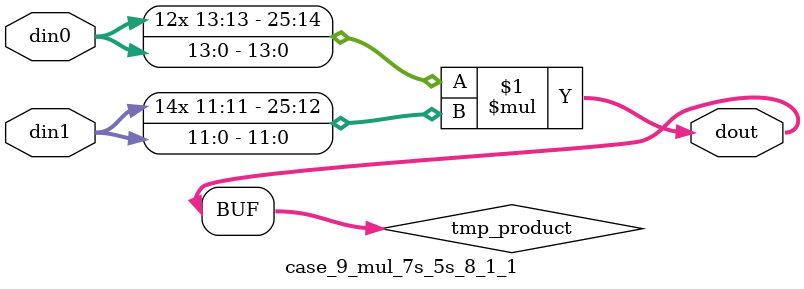
<source format=v>

`timescale 1 ns / 1 ps

 module case_9_mul_7s_5s_8_1_1(din0, din1, dout);
parameter ID = 1;
parameter NUM_STAGE = 0;
parameter din0_WIDTH = 14;
parameter din1_WIDTH = 12;
parameter dout_WIDTH = 26;

input [din0_WIDTH - 1 : 0] din0; 
input [din1_WIDTH - 1 : 0] din1; 
output [dout_WIDTH - 1 : 0] dout;

wire signed [dout_WIDTH - 1 : 0] tmp_product;



























assign tmp_product = $signed(din0) * $signed(din1);








assign dout = tmp_product;





















endmodule

</source>
